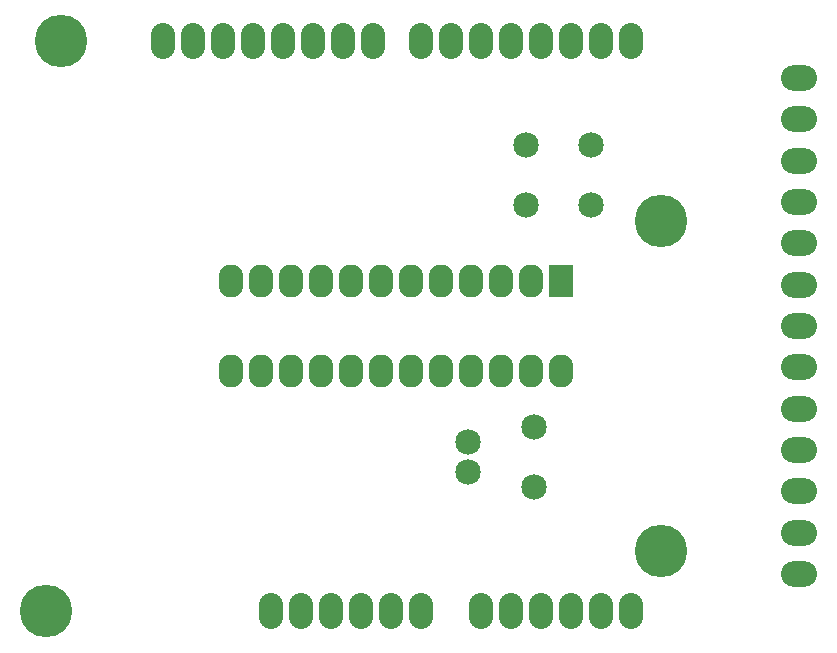
<source format=gts>
G04 (created by PCBNEW (2013-jul-07)-stable) date Thu 21 Dec 2017 03:26:52 PM PST*
%MOIN*%
G04 Gerber Fmt 3.4, Leading zero omitted, Abs format*
%FSLAX34Y34*%
G01*
G70*
G90*
G04 APERTURE LIST*
%ADD10C,0.00590551*%
%ADD11O,0.08X0.12*%
%ADD12C,0.175*%
%ADD13R,0.082X0.11*%
%ADD14O,0.082X0.11*%
%ADD15O,0.12X0.085*%
%ADD16C,0.085*%
G04 APERTURE END LIST*
G54D10*
G54D11*
X70237Y-51677D03*
X69237Y-51677D03*
X68237Y-51677D03*
X65237Y-51677D03*
X66237Y-51677D03*
X67237Y-51677D03*
X63237Y-51677D03*
X62237Y-51677D03*
X61237Y-51677D03*
X59237Y-51677D03*
X58237Y-51677D03*
X70237Y-32677D03*
X69237Y-32677D03*
X68237Y-32677D03*
X67237Y-32677D03*
X66237Y-32677D03*
X65237Y-32677D03*
X64237Y-32677D03*
X63237Y-32677D03*
X61637Y-32677D03*
X60637Y-32677D03*
X59637Y-32677D03*
X58637Y-32677D03*
X57637Y-32677D03*
X56637Y-32677D03*
X55637Y-32677D03*
X54637Y-32677D03*
X60237Y-51677D03*
G54D12*
X71237Y-49677D03*
X71237Y-38677D03*
X51237Y-32677D03*
X50737Y-51677D03*
G54D13*
X67901Y-40670D03*
G54D14*
X66901Y-40670D03*
X65901Y-40670D03*
X64901Y-40670D03*
X63901Y-40670D03*
X62901Y-40670D03*
X61901Y-40670D03*
X60901Y-40670D03*
X59901Y-40670D03*
X58901Y-40670D03*
X57901Y-40670D03*
X56901Y-40670D03*
X56901Y-43670D03*
X57901Y-43670D03*
X58901Y-43670D03*
X59901Y-43670D03*
X60901Y-43670D03*
X61901Y-43670D03*
X62901Y-43670D03*
X63901Y-43670D03*
X64901Y-43670D03*
X65901Y-43670D03*
X66901Y-43670D03*
X67901Y-43670D03*
G54D15*
X75843Y-50443D03*
X75842Y-49066D03*
X75841Y-47685D03*
X75842Y-46308D03*
X75842Y-44930D03*
X75842Y-43554D03*
X75842Y-42175D03*
X75841Y-40797D03*
X75841Y-39419D03*
X75841Y-38039D03*
X75840Y-35285D03*
X75841Y-36663D03*
X75841Y-33907D03*
G54D16*
X64783Y-46043D03*
X64783Y-47043D03*
X66988Y-45551D03*
X66988Y-47551D03*
X68881Y-38141D03*
X68881Y-36141D03*
X66720Y-38141D03*
X66720Y-36141D03*
M02*

</source>
